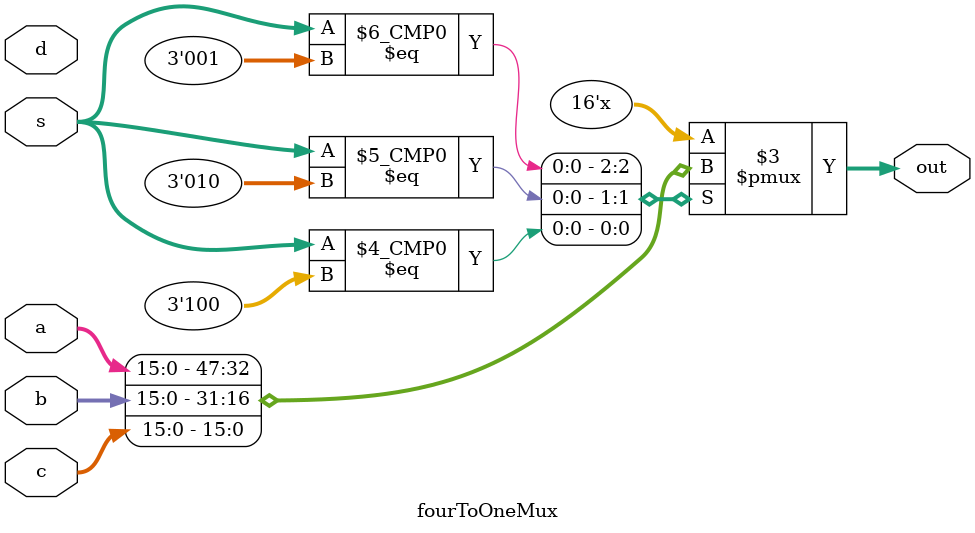
<source format=v>

module fourToOneMux(a,b,c,d,s,out);

//I/O declartions
input [15:0] a,b,c,d;
input [2:0] s;
output reg [15:0] out;


always @ (*)
begin
	case(s)
	4'b0001: out = a;
	4'b0010: out = b;
	4'b0100: out = c;
	4'b1000: out = d;
	endcase
end
endmodule

</source>
